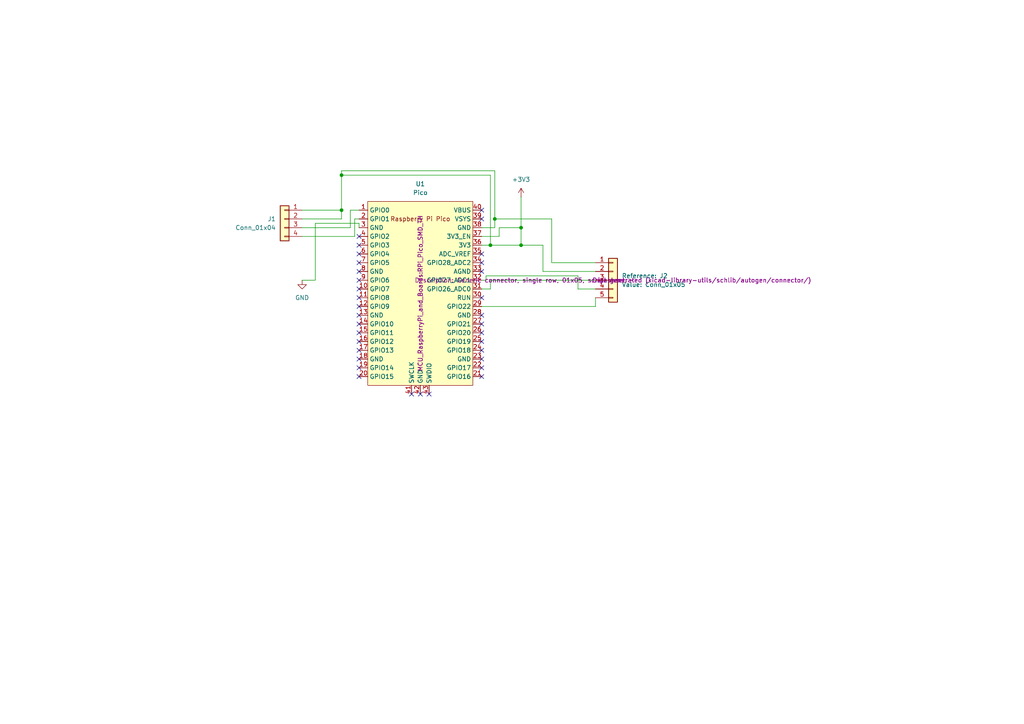
<source format=kicad_sch>
(kicad_sch (version 20250114) (generator "eeschema") (generator_version "9.0")
  (paper "A4")
  (lib_symbols
    (symbol "Connector_Generic:Conn_01x04" (pin_names (offset 1.016) (hide yes))
      (property "Reference" "J" (at 0 5.08 0))
      (property "Value" "Conn_01x04" (at 0 -7.62 0))
      (symbol "Conn_01x04_1_1"
        (rectangle (start -1.27 3.81) (end 1.27 -6.35) (stroke (width 0.254)) (fill (type background)))
        (rectangle (start -1.27 2.667) (end 0 2.413) (stroke (width 0.1524)))
        (rectangle (start -1.27 0.127) (end 0 -0.127) (stroke (width 0.1524)))
        (rectangle (start -1.27 -2.413) (end 0 -2.667) (stroke (width 0.1524)))
        (rectangle (start -1.27 -4.953) (end 0 -5.207) (stroke (width 0.1524)))
        (pin passive line (at -5.08 2.54 0) (length 3.81) (name "Pin_1") (number "1"))
        (pin passive line (at -5.08 0 0) (length 3.81) (name "Pin_2") (number "2"))
        (pin passive line (at -5.08 -2.54 0) (length 3.81) (name "Pin_3") (number "3"))
        (pin passive line (at -5.08 -5.08 0) (length 3.81) (name "Pin_4") (number "4"))
      )
    )
    (symbol "Connector_Generic:Conn_01x05" (pin_names (offset 1.016) (hide yes))
      (property "Reference" "J" (at 0 7.62 0))
      (property "Value" "Conn_01x05" (at 0 -7.62 0))
      (symbol "Conn_01x05_1_1"
        (rectangle (start -1.27 6.35) (end 1.27 -6.35) (stroke (width 0.254)) (fill (type background)))
        (rectangle (start -1.27 5.207) (end 0 4.953) (stroke (width 0.1524)))
        (rectangle (start -1.27 2.667) (end 0 2.413) (stroke (width 0.1524)))
        (rectangle (start -1.27 0.127) (end 0 -0.127) (stroke (width 0.1524)))
        (rectangle (start -1.27 -2.413) (end 0 -2.667) (stroke (width 0.1524)))
        (rectangle (start -1.27 -4.953) (end 0 -5.207) (stroke (width 0.1524)))
        (pin passive line (at -5.08 5.08 0) (length 3.81) (name "Pin_1") (number "1"))
        (pin passive line (at -5.08 2.54 0) (length 3.81) (name "Pin_2") (number "2"))
        (pin passive line (at -5.08 0 0) (length 3.81) (name "Pin_3") (number "3"))
        (pin passive line (at -5.08 -2.54 0) (length 3.81) (name "Pin_4") (number "4"))
        (pin passive line (at -5.08 -5.08 0) (length 3.81) (name "Pin_5") (number "5"))
      )
    )
    (symbol "MCU_RaspberryPi_and_Boards:Pico"
      (property "Reference" "U" (at -13.97 27.94 0))
      (property "Value" "Pico" (at 0 19.05 0))
      (symbol "Pico_0_0"
        (text "Raspberry Pi Pico" (at 0 21.59 0) (effects (font (size 1.27 1.27))))
      )
      (symbol "Pico_0_1"
        (rectangle (start -15.24 26.67) (end 15.24 -26.67) (fill (type background)))
      )
      (symbol "Pico_1_1"
        (pin bidirectional line (at -17.78 24.13 0) (length 2.54) (name "GPIO0") (number "1"))
        (pin bidirectional line (at -17.78 21.59 0) (length 2.54) (name "GPIO1") (number "2"))
        (pin power_in line (at -17.78 19.05 0) (length 2.54) (name "GND") (number "3"))
        (pin bidirectional line (at -17.78 16.51 0) (length 2.54) (name "GPIO2") (number "4"))
        (pin bidirectional line (at -17.78 13.97 0) (length 2.54) (name "GPIO3") (number "5"))
        (pin bidirectional line (at -17.78 11.43 0) (length 2.54) (name "GPIO4") (number "6"))
        (pin bidirectional line (at -17.78 8.89 0) (length 2.54) (name "GPIO5") (number "7"))
        (pin power_in line (at -17.78 6.35 0) (length 2.54) (name "GND") (number "8"))
        (pin bidirectional line (at -17.78 3.81 0) (length 2.54) (name "GPIO6") (number "9"))
        (pin bidirectional line (at -17.78 1.27 0) (length 2.54) (name "GPIO7") (number "10"))
        (pin bidirectional line (at -17.78 -1.27 0) (length 2.54) (name "GPIO8") (number "11"))
        (pin bidirectional line (at -17.78 -3.81 0) (length 2.54) (name "GPIO9") (number "12"))
        (pin power_in line (at -17.78 -6.35 0) (length 2.54) (name "GND") (number "13"))
        (pin bidirectional line (at -17.78 -8.89 0) (length 2.54) (name "GPIO10") (number "14"))
        (pin bidirectional line (at -17.78 -11.43 0) (length 2.54) (name "GPIO11") (number "15"))
        (pin bidirectional line (at -17.78 -13.97 0) (length 2.54) (name "GPIO12") (number "16"))
        (pin bidirectional line (at -17.78 -16.51 0) (length 2.54) (name "GPIO13") (number "17"))
        (pin power_in line (at -17.78 -19.05 0) (length 2.54) (name "GND") (number "18"))
        (pin bidirectional line (at -17.78 -21.59 0) (length 2.54) (name "GPIO14") (number "19"))
        (pin bidirectional line (at -17.78 -24.13 0) (length 2.54) (name "GPIO15") (number "20"))
        (pin input line (at -2.54 -29.21 90) (length 2.54) (name "SWCLK") (number "41"))
        (pin power_in line (at 0 -29.21 90) (length 2.54) (name "GND") (number "42"))
        (pin bidirectional line (at 2.54 -29.21 90) (length 2.54) (name "SWDIO") (number "43"))
        (pin power_in line (at 17.78 24.13 180) (length 2.54) (name "VBUS") (number "40"))
        (pin power_in line (at 17.78 21.59 180) (length 2.54) (name "VSYS") (number "39"))
        (pin bidirectional line (at 17.78 19.05 180) (length 2.54) (name "GND") (number "38"))
        (pin input line (at 17.78 16.51 180) (length 2.54) (name "3V3_EN") (number "37"))
        (pin power_in line (at 17.78 13.97 180) (length 2.54) (name "3V3") (number "36"))
        (pin power_in line (at 17.78 11.43 180) (length 2.54) (name "ADC_VREF") (number "35"))
        (pin bidirectional line (at 17.78 8.89 180) (length 2.54) (name "GPIO28_ADC2") (number "34"))
        (pin power_in line (at 17.78 6.35 180) (length 2.54) (name "AGND") (number "33"))
        (pin bidirectional line (at 17.78 3.81 180) (length 2.54) (name "GPIO27_ADC1") (number "32"))
        (pin bidirectional line (at 17.78 1.27 180) (length 2.54) (name "GPIO26_ADC0") (number "31"))
        (pin input line (at 17.78 -1.27 180) (length 2.54) (name "RUN") (number "30"))
        (pin bidirectional line (at 17.78 -3.81 180) (length 2.54) (name "GPIO22") (number "29"))
        (pin power_in line (at 17.78 -6.35 180) (length 2.54) (name "GND") (number "28"))
        (pin bidirectional line (at 17.78 -8.89 180) (length 2.54) (name "GPIO21") (number "27"))
        (pin bidirectional line (at 17.78 -11.43 180) (length 2.54) (name "GPIO20") (number "26"))
        (pin bidirectional line (at 17.78 -13.97 180) (length 2.54) (name "GPIO19") (number "25"))
        (pin bidirectional line (at 17.78 -16.51 180) (length 2.54) (name "GPIO18") (number "24"))
        (pin power_in line (at 17.78 -19.05 180) (length 2.54) (name "GND") (number "23"))
        (pin bidirectional line (at 17.78 -21.59 180) (length 2.54) (name "GPIO17") (number "22"))
        (pin bidirectional line (at 17.78 -24.13 180) (length 2.54) (name "GPIO16") (number "21"))
      )
    )
    (symbol "power:+3V3" (power) (pin_numbers (hide yes)) (pin_names (offset 0) (hide yes))
      (property "Value" "+3V3" (at 0 3.556 0))
      (symbol "+3V3_0_1"
        (polyline (pts (xy -0.762 1.27) (xy 0 2.54)))
        (polyline (pts (xy 0 2.54) (xy 0.762 1.27)))
        (polyline (pts (xy 0 0) (xy 0 2.54)))
      )
      (symbol "+3V3_1_1"
        (pin power_in line (at 0 0 90) (length 0) (name "~") (number "1"))
      )
    )
    (symbol "power:GND" (power) (pin_numbers (hide yes)) (pin_names (offset 0) (hide yes))
      (property "Value" "GND" (at 0 -3.81 0))
      (symbol "GND_0_1"
        (polyline (pts (xy 0 0) (xy 0 -1.27) (xy 1.27 -1.27) (xy 0 -2.54) (xy -1.27 -1.27) (xy 0 -1.27)))
      )
      (symbol "GND_1_1"
        (pin power_in line (at 0 0 270) (length 0) (name "~") (number "1"))
      )
    )
  )
  (junction (at 99.06 60.96))
  (junction (at 142.24 71.12))
  (junction (at 143.51 63.5))
  (junction (at 151.13 66.04))
  (junction (at 151.13 71.12))
  (junction (at 99.06 50.8))
  (no_connect (at 139.7 73.66))
  (no_connect (at 104.14 93.98))
  (no_connect (at 139.7 109.22))
  (no_connect (at 104.14 78.74))
  (no_connect (at 104.14 91.44))
  (no_connect (at 139.7 99.06))
  (no_connect (at 104.14 104.14))
  (no_connect (at 121.92 114.3))
  (no_connect (at 104.14 109.22))
  (no_connect (at 104.14 81.28))
  (no_connect (at 104.14 96.52))
  (no_connect (at 104.14 101.6))
  (no_connect (at 104.14 73.66))
  (no_connect (at 104.14 88.9))
  (no_connect (at 104.14 86.36))
  (no_connect (at 139.7 93.98))
  (no_connect (at 139.7 101.6))
  (no_connect (at 104.14 106.68))
  (no_connect (at 139.7 60.96))
  (no_connect (at 139.7 96.52))
  (no_connect (at 139.7 76.2))
  (no_connect (at 124.46 114.3))
  (no_connect (at 139.7 104.14))
  (no_connect (at 104.14 71.12))
  (no_connect (at 104.14 99.06))
  (no_connect (at 104.14 83.82))
  (no_connect (at 139.7 106.68))
  (no_connect (at 139.7 86.36))
  (no_connect (at 139.7 78.74))
  (no_connect (at 119.38 114.3))
  (no_connect (at 139.7 63.5))
  (no_connect (at 104.14 68.58))
  (no_connect (at 139.7 91.44))
  (no_connect (at 104.14 76.2))
  (wire (pts (xy 139.7 66.04) (xy 143.51 66.04)))
  (wire (pts (xy 102.87 63.5) (xy 104.14 63.5)))
  (wire (pts (xy 151.13 71.12) (xy 157.48 71.12)))
  (wire (pts (xy 91.44 64.77) (xy 91.44 81.28)))
  (wire (pts (xy 172.72 88.9) (xy 172.72 86.36)))
  (wire (pts (xy 139.7 88.9) (xy 172.72 88.9)))
  (wire (pts (xy 139.7 83.82) (xy 142.24 83.82)))
  (wire (pts (xy 157.48 71.12) (xy 157.48 78.74)))
  (wire (pts (xy 160.02 63.5) (xy 160.02 76.2)))
  (wire (pts (xy 167.64 80.01) (xy 167.64 83.82)))
  (wire (pts (xy 104.14 60.96) (xy 101.6 60.96)))
  (wire (pts (xy 144.78 68.58) (xy 144.78 66.04)))
  (wire (pts (xy 142.24 83.82) (xy 142.24 81.28)))
  (wire (pts (xy 104.14 64.77) (xy 91.44 64.77)))
  (wire (pts (xy 140.97 80.01) (xy 167.64 80.01)))
  (wire (pts (xy 140.97 81.28) (xy 140.97 80.01)))
  (wire (pts (xy 139.7 71.12) (xy 142.24 71.12)))
  (wire (pts (xy 139.7 81.28) (xy 140.97 81.28)))
  (wire (pts (xy 101.6 60.96) (xy 101.6 66.04)))
  (wire (pts (xy 142.24 71.12) (xy 151.13 71.12)))
  (wire (pts (xy 143.51 63.5) (xy 143.51 49.53)))
  (wire (pts (xy 87.63 66.04) (xy 101.6 66.04)))
  (wire (pts (xy 151.13 57.15) (xy 151.13 66.04)))
  (wire (pts (xy 87.63 68.58) (xy 102.87 68.58)))
  (wire (pts (xy 143.51 49.53) (xy 99.06 49.53)))
  (wire (pts (xy 142.24 50.8) (xy 99.06 50.8)))
  (wire (pts (xy 151.13 66.04) (xy 151.13 71.12)))
  (wire (pts (xy 91.44 81.28) (xy 87.63 81.28)))
  (wire (pts (xy 99.06 49.53) (xy 99.06 50.8)))
  (wire (pts (xy 102.87 68.58) (xy 102.87 63.5)))
  (wire (pts (xy 157.48 78.74) (xy 172.72 78.74)))
  (wire (pts (xy 99.06 63.5) (xy 87.63 63.5)))
  (wire (pts (xy 142.24 81.28) (xy 172.72 81.28)))
  (wire (pts (xy 99.06 60.96) (xy 99.06 63.5)))
  (wire (pts (xy 142.24 50.8) (xy 142.24 71.12)))
  (wire (pts (xy 99.06 50.8) (xy 99.06 60.96)))
  (wire (pts (xy 99.06 60.96) (xy 87.63 60.96)))
  (wire (pts (xy 104.14 66.04) (xy 104.14 64.77)))
  (wire (pts (xy 160.02 76.2) (xy 172.72 76.2)))
  (wire (pts (xy 144.78 66.04) (xy 151.13 66.04)))
  (wire (pts (xy 143.51 63.5) (xy 160.02 63.5)))
  (wire (pts (xy 139.7 68.58) (xy 144.78 68.58)))
  (wire (pts (xy 143.51 66.04) (xy 143.51 63.5)))
  (wire (pts (xy 167.64 83.82) (xy 172.72 83.82)))
  (symbol (lib_id "Connector_Generic:Conn_01x05") (at 177.8 81.28 0) (unit 1)
    (property "Reference" "J2" (at 180.34 80.0099 0) (show_name yes) (effects (justify left)))
    (property "Value" "Conn_01x05" (at 180.34 82.5499 0) (show_name yes) (effects (justify left)))
    (property "Footprint" "Connector_PinHeader_2.54mm:PinHeader_1x05_P2.54mm_Vertical" (effects (hide yes)))
    (property "Datasheet" "~" (at 177.8 81.28 0) (show_name yes))
    (property "Description" "Generic connector, single row, 01x05, script generated (kicad-library-utils/schlib/autogen/connector/)" (at 177.8 81.28 0) (show_name yes))
  )
  (symbol (lib_id "power:+3V3") (at 151.13 57.15 0) (unit 1)
    (property "Reference" "#PWR02" (effects (hide yes)))
    (property "Value" "+3V3" (at 151.13 52.07 0))
    (property "Description" "Power symbol creates a global label with name \"+3V3\"" (effects (hide yes)))
  )
  (symbol (lib_id "MCU_RaspberryPi_and_Boards:Pico") (at 121.92 85.09 0) (unit 1)
    (property "Reference" "U1" (at 121.92 53.34 0))
    (property "Value" "Pico" (at 121.92 55.88 0))
    (property "Footprint" "MCU_RaspberryPi_and_Boards:RPi_Pico_SMD_TH" (at 121.92 85.09 90))
  )
  (symbol (lib_id "power:GND") (at 87.63 81.28 0) (unit 1)
    (property "Reference" "#PWR01" (effects (hide yes)))
    (property "Value" "GND" (at 87.63 86.36 0))
    (property "Description" "Power symbol creates a global label with name \"GND\" , ground" (effects (hide yes)))
  )
  (symbol (lib_id "Connector_Generic:Conn_01x04") (at 82.55 63.5 0) (mirror y) (unit 1)
    (property "Reference" "J1" (at 80.01 63.4999 0) (effects (justify left)))
    (property "Value" "Conn_01x04" (at 80.01 66.0399 0) (effects (justify left)))
    (property "Footprint" "Connector_PinHeader_2.54mm:PinHeader_1x04_P2.54mm_Vertical" (effects (hide yes)))
    (property "Description" "Generic connector, single row, 01x04, script generated (kicad-library-utils/schlib/autogen/connector/)" (effects (hide yes)))
  )
)
</source>
